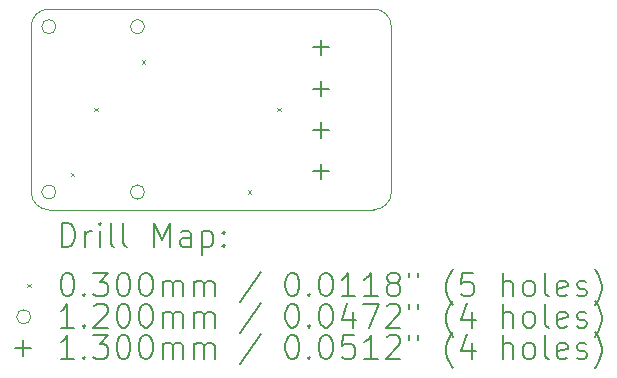
<source format=gbr>
%TF.GenerationSoftware,KiCad,Pcbnew,7.0.11-7.0.11~ubuntu22.04.1*%
%TF.CreationDate,2024-03-25T14:33:54+01:00*%
%TF.ProjectId,sensorshield,73656e73-6f72-4736-9869-656c642e6b69,rev?*%
%TF.SameCoordinates,Original*%
%TF.FileFunction,Drillmap*%
%TF.FilePolarity,Positive*%
%FSLAX45Y45*%
G04 Gerber Fmt 4.5, Leading zero omitted, Abs format (unit mm)*
G04 Created by KiCad (PCBNEW 7.0.11-7.0.11~ubuntu22.04.1) date 2024-03-25 14:33:54*
%MOMM*%
%LPD*%
G01*
G04 APERTURE LIST*
%ADD10C,0.050000*%
%ADD11C,0.200000*%
%ADD12C,0.100000*%
%ADD13C,0.120000*%
%ADD14C,0.130000*%
G04 APERTURE END LIST*
D10*
X15300000Y-11350000D02*
G75*
G03*
X15150000Y-11200000I-150000J0D01*
G01*
X12400000Y-11200000D02*
X15150000Y-11200000D01*
X12250000Y-12750000D02*
X12250000Y-11350000D01*
X15150000Y-12900000D02*
G75*
G03*
X15300000Y-12750000I0J150000D01*
G01*
X12250000Y-12750000D02*
G75*
G03*
X12400000Y-12900000I150000J0D01*
G01*
X15150000Y-12900000D02*
X12400000Y-12900000D01*
X12400000Y-11200000D02*
G75*
G03*
X12250000Y-11350000I0J-150000D01*
G01*
X15300000Y-12750000D02*
X15300000Y-11350000D01*
D11*
D12*
X12585000Y-12585000D02*
X12615000Y-12615000D01*
X12615000Y-12585000D02*
X12585000Y-12615000D01*
X12785000Y-12035000D02*
X12815000Y-12065000D01*
X12815000Y-12035000D02*
X12785000Y-12065000D01*
X13185000Y-11635000D02*
X13215000Y-11665000D01*
X13215000Y-11635000D02*
X13185000Y-11665000D01*
X14085000Y-12735000D02*
X14115000Y-12765000D01*
X14115000Y-12735000D02*
X14085000Y-12765000D01*
X14335000Y-12035000D02*
X14365000Y-12065000D01*
X14365000Y-12035000D02*
X14335000Y-12065000D01*
D13*
X12460000Y-11350000D02*
G75*
G03*
X12340000Y-11350000I-60000J0D01*
G01*
X12340000Y-11350000D02*
G75*
G03*
X12460000Y-11350000I60000J0D01*
G01*
X12460000Y-12750000D02*
G75*
G03*
X12340000Y-12750000I-60000J0D01*
G01*
X12340000Y-12750000D02*
G75*
G03*
X12460000Y-12750000I60000J0D01*
G01*
X13210000Y-11350000D02*
G75*
G03*
X13090000Y-11350000I-60000J0D01*
G01*
X13090000Y-11350000D02*
G75*
G03*
X13210000Y-11350000I60000J0D01*
G01*
X13210000Y-12750000D02*
G75*
G03*
X13090000Y-12750000I-60000J0D01*
G01*
X13090000Y-12750000D02*
G75*
G03*
X13210000Y-12750000I60000J0D01*
G01*
D14*
X14704500Y-11460000D02*
X14704500Y-11590000D01*
X14639500Y-11525000D02*
X14769500Y-11525000D01*
X14704500Y-11810000D02*
X14704500Y-11940000D01*
X14639500Y-11875000D02*
X14769500Y-11875000D01*
X14704500Y-12160000D02*
X14704500Y-12290000D01*
X14639500Y-12225000D02*
X14769500Y-12225000D01*
X14704500Y-12510000D02*
X14704500Y-12640000D01*
X14639500Y-12575000D02*
X14769500Y-12575000D01*
D11*
X12508277Y-13213984D02*
X12508277Y-13013984D01*
X12508277Y-13013984D02*
X12555896Y-13013984D01*
X12555896Y-13013984D02*
X12584467Y-13023508D01*
X12584467Y-13023508D02*
X12603515Y-13042555D01*
X12603515Y-13042555D02*
X12613039Y-13061603D01*
X12613039Y-13061603D02*
X12622562Y-13099698D01*
X12622562Y-13099698D02*
X12622562Y-13128269D01*
X12622562Y-13128269D02*
X12613039Y-13166365D01*
X12613039Y-13166365D02*
X12603515Y-13185412D01*
X12603515Y-13185412D02*
X12584467Y-13204460D01*
X12584467Y-13204460D02*
X12555896Y-13213984D01*
X12555896Y-13213984D02*
X12508277Y-13213984D01*
X12708277Y-13213984D02*
X12708277Y-13080650D01*
X12708277Y-13118746D02*
X12717801Y-13099698D01*
X12717801Y-13099698D02*
X12727324Y-13090174D01*
X12727324Y-13090174D02*
X12746372Y-13080650D01*
X12746372Y-13080650D02*
X12765420Y-13080650D01*
X12832086Y-13213984D02*
X12832086Y-13080650D01*
X12832086Y-13013984D02*
X12822562Y-13023508D01*
X12822562Y-13023508D02*
X12832086Y-13033031D01*
X12832086Y-13033031D02*
X12841610Y-13023508D01*
X12841610Y-13023508D02*
X12832086Y-13013984D01*
X12832086Y-13013984D02*
X12832086Y-13033031D01*
X12955896Y-13213984D02*
X12936848Y-13204460D01*
X12936848Y-13204460D02*
X12927324Y-13185412D01*
X12927324Y-13185412D02*
X12927324Y-13013984D01*
X13060658Y-13213984D02*
X13041610Y-13204460D01*
X13041610Y-13204460D02*
X13032086Y-13185412D01*
X13032086Y-13185412D02*
X13032086Y-13013984D01*
X13289229Y-13213984D02*
X13289229Y-13013984D01*
X13289229Y-13013984D02*
X13355896Y-13156841D01*
X13355896Y-13156841D02*
X13422562Y-13013984D01*
X13422562Y-13013984D02*
X13422562Y-13213984D01*
X13603515Y-13213984D02*
X13603515Y-13109222D01*
X13603515Y-13109222D02*
X13593991Y-13090174D01*
X13593991Y-13090174D02*
X13574943Y-13080650D01*
X13574943Y-13080650D02*
X13536848Y-13080650D01*
X13536848Y-13080650D02*
X13517801Y-13090174D01*
X13603515Y-13204460D02*
X13584467Y-13213984D01*
X13584467Y-13213984D02*
X13536848Y-13213984D01*
X13536848Y-13213984D02*
X13517801Y-13204460D01*
X13517801Y-13204460D02*
X13508277Y-13185412D01*
X13508277Y-13185412D02*
X13508277Y-13166365D01*
X13508277Y-13166365D02*
X13517801Y-13147317D01*
X13517801Y-13147317D02*
X13536848Y-13137793D01*
X13536848Y-13137793D02*
X13584467Y-13137793D01*
X13584467Y-13137793D02*
X13603515Y-13128269D01*
X13698753Y-13080650D02*
X13698753Y-13280650D01*
X13698753Y-13090174D02*
X13717801Y-13080650D01*
X13717801Y-13080650D02*
X13755896Y-13080650D01*
X13755896Y-13080650D02*
X13774943Y-13090174D01*
X13774943Y-13090174D02*
X13784467Y-13099698D01*
X13784467Y-13099698D02*
X13793991Y-13118746D01*
X13793991Y-13118746D02*
X13793991Y-13175888D01*
X13793991Y-13175888D02*
X13784467Y-13194936D01*
X13784467Y-13194936D02*
X13774943Y-13204460D01*
X13774943Y-13204460D02*
X13755896Y-13213984D01*
X13755896Y-13213984D02*
X13717801Y-13213984D01*
X13717801Y-13213984D02*
X13698753Y-13204460D01*
X13879705Y-13194936D02*
X13889229Y-13204460D01*
X13889229Y-13204460D02*
X13879705Y-13213984D01*
X13879705Y-13213984D02*
X13870182Y-13204460D01*
X13870182Y-13204460D02*
X13879705Y-13194936D01*
X13879705Y-13194936D02*
X13879705Y-13213984D01*
X13879705Y-13090174D02*
X13889229Y-13099698D01*
X13889229Y-13099698D02*
X13879705Y-13109222D01*
X13879705Y-13109222D02*
X13870182Y-13099698D01*
X13870182Y-13099698D02*
X13879705Y-13090174D01*
X13879705Y-13090174D02*
X13879705Y-13109222D01*
D12*
X12217500Y-13527500D02*
X12247500Y-13557500D01*
X12247500Y-13527500D02*
X12217500Y-13557500D01*
D11*
X12546372Y-13433984D02*
X12565420Y-13433984D01*
X12565420Y-13433984D02*
X12584467Y-13443508D01*
X12584467Y-13443508D02*
X12593991Y-13453031D01*
X12593991Y-13453031D02*
X12603515Y-13472079D01*
X12603515Y-13472079D02*
X12613039Y-13510174D01*
X12613039Y-13510174D02*
X12613039Y-13557793D01*
X12613039Y-13557793D02*
X12603515Y-13595888D01*
X12603515Y-13595888D02*
X12593991Y-13614936D01*
X12593991Y-13614936D02*
X12584467Y-13624460D01*
X12584467Y-13624460D02*
X12565420Y-13633984D01*
X12565420Y-13633984D02*
X12546372Y-13633984D01*
X12546372Y-13633984D02*
X12527324Y-13624460D01*
X12527324Y-13624460D02*
X12517801Y-13614936D01*
X12517801Y-13614936D02*
X12508277Y-13595888D01*
X12508277Y-13595888D02*
X12498753Y-13557793D01*
X12498753Y-13557793D02*
X12498753Y-13510174D01*
X12498753Y-13510174D02*
X12508277Y-13472079D01*
X12508277Y-13472079D02*
X12517801Y-13453031D01*
X12517801Y-13453031D02*
X12527324Y-13443508D01*
X12527324Y-13443508D02*
X12546372Y-13433984D01*
X12698753Y-13614936D02*
X12708277Y-13624460D01*
X12708277Y-13624460D02*
X12698753Y-13633984D01*
X12698753Y-13633984D02*
X12689229Y-13624460D01*
X12689229Y-13624460D02*
X12698753Y-13614936D01*
X12698753Y-13614936D02*
X12698753Y-13633984D01*
X12774943Y-13433984D02*
X12898753Y-13433984D01*
X12898753Y-13433984D02*
X12832086Y-13510174D01*
X12832086Y-13510174D02*
X12860658Y-13510174D01*
X12860658Y-13510174D02*
X12879705Y-13519698D01*
X12879705Y-13519698D02*
X12889229Y-13529222D01*
X12889229Y-13529222D02*
X12898753Y-13548269D01*
X12898753Y-13548269D02*
X12898753Y-13595888D01*
X12898753Y-13595888D02*
X12889229Y-13614936D01*
X12889229Y-13614936D02*
X12879705Y-13624460D01*
X12879705Y-13624460D02*
X12860658Y-13633984D01*
X12860658Y-13633984D02*
X12803515Y-13633984D01*
X12803515Y-13633984D02*
X12784467Y-13624460D01*
X12784467Y-13624460D02*
X12774943Y-13614936D01*
X13022562Y-13433984D02*
X13041610Y-13433984D01*
X13041610Y-13433984D02*
X13060658Y-13443508D01*
X13060658Y-13443508D02*
X13070182Y-13453031D01*
X13070182Y-13453031D02*
X13079705Y-13472079D01*
X13079705Y-13472079D02*
X13089229Y-13510174D01*
X13089229Y-13510174D02*
X13089229Y-13557793D01*
X13089229Y-13557793D02*
X13079705Y-13595888D01*
X13079705Y-13595888D02*
X13070182Y-13614936D01*
X13070182Y-13614936D02*
X13060658Y-13624460D01*
X13060658Y-13624460D02*
X13041610Y-13633984D01*
X13041610Y-13633984D02*
X13022562Y-13633984D01*
X13022562Y-13633984D02*
X13003515Y-13624460D01*
X13003515Y-13624460D02*
X12993991Y-13614936D01*
X12993991Y-13614936D02*
X12984467Y-13595888D01*
X12984467Y-13595888D02*
X12974943Y-13557793D01*
X12974943Y-13557793D02*
X12974943Y-13510174D01*
X12974943Y-13510174D02*
X12984467Y-13472079D01*
X12984467Y-13472079D02*
X12993991Y-13453031D01*
X12993991Y-13453031D02*
X13003515Y-13443508D01*
X13003515Y-13443508D02*
X13022562Y-13433984D01*
X13213039Y-13433984D02*
X13232086Y-13433984D01*
X13232086Y-13433984D02*
X13251134Y-13443508D01*
X13251134Y-13443508D02*
X13260658Y-13453031D01*
X13260658Y-13453031D02*
X13270182Y-13472079D01*
X13270182Y-13472079D02*
X13279705Y-13510174D01*
X13279705Y-13510174D02*
X13279705Y-13557793D01*
X13279705Y-13557793D02*
X13270182Y-13595888D01*
X13270182Y-13595888D02*
X13260658Y-13614936D01*
X13260658Y-13614936D02*
X13251134Y-13624460D01*
X13251134Y-13624460D02*
X13232086Y-13633984D01*
X13232086Y-13633984D02*
X13213039Y-13633984D01*
X13213039Y-13633984D02*
X13193991Y-13624460D01*
X13193991Y-13624460D02*
X13184467Y-13614936D01*
X13184467Y-13614936D02*
X13174943Y-13595888D01*
X13174943Y-13595888D02*
X13165420Y-13557793D01*
X13165420Y-13557793D02*
X13165420Y-13510174D01*
X13165420Y-13510174D02*
X13174943Y-13472079D01*
X13174943Y-13472079D02*
X13184467Y-13453031D01*
X13184467Y-13453031D02*
X13193991Y-13443508D01*
X13193991Y-13443508D02*
X13213039Y-13433984D01*
X13365420Y-13633984D02*
X13365420Y-13500650D01*
X13365420Y-13519698D02*
X13374943Y-13510174D01*
X13374943Y-13510174D02*
X13393991Y-13500650D01*
X13393991Y-13500650D02*
X13422563Y-13500650D01*
X13422563Y-13500650D02*
X13441610Y-13510174D01*
X13441610Y-13510174D02*
X13451134Y-13529222D01*
X13451134Y-13529222D02*
X13451134Y-13633984D01*
X13451134Y-13529222D02*
X13460658Y-13510174D01*
X13460658Y-13510174D02*
X13479705Y-13500650D01*
X13479705Y-13500650D02*
X13508277Y-13500650D01*
X13508277Y-13500650D02*
X13527324Y-13510174D01*
X13527324Y-13510174D02*
X13536848Y-13529222D01*
X13536848Y-13529222D02*
X13536848Y-13633984D01*
X13632086Y-13633984D02*
X13632086Y-13500650D01*
X13632086Y-13519698D02*
X13641610Y-13510174D01*
X13641610Y-13510174D02*
X13660658Y-13500650D01*
X13660658Y-13500650D02*
X13689229Y-13500650D01*
X13689229Y-13500650D02*
X13708277Y-13510174D01*
X13708277Y-13510174D02*
X13717801Y-13529222D01*
X13717801Y-13529222D02*
X13717801Y-13633984D01*
X13717801Y-13529222D02*
X13727324Y-13510174D01*
X13727324Y-13510174D02*
X13746372Y-13500650D01*
X13746372Y-13500650D02*
X13774943Y-13500650D01*
X13774943Y-13500650D02*
X13793991Y-13510174D01*
X13793991Y-13510174D02*
X13803515Y-13529222D01*
X13803515Y-13529222D02*
X13803515Y-13633984D01*
X14193991Y-13424460D02*
X14022563Y-13681603D01*
X14451134Y-13433984D02*
X14470182Y-13433984D01*
X14470182Y-13433984D02*
X14489229Y-13443508D01*
X14489229Y-13443508D02*
X14498753Y-13453031D01*
X14498753Y-13453031D02*
X14508277Y-13472079D01*
X14508277Y-13472079D02*
X14517801Y-13510174D01*
X14517801Y-13510174D02*
X14517801Y-13557793D01*
X14517801Y-13557793D02*
X14508277Y-13595888D01*
X14508277Y-13595888D02*
X14498753Y-13614936D01*
X14498753Y-13614936D02*
X14489229Y-13624460D01*
X14489229Y-13624460D02*
X14470182Y-13633984D01*
X14470182Y-13633984D02*
X14451134Y-13633984D01*
X14451134Y-13633984D02*
X14432086Y-13624460D01*
X14432086Y-13624460D02*
X14422563Y-13614936D01*
X14422563Y-13614936D02*
X14413039Y-13595888D01*
X14413039Y-13595888D02*
X14403515Y-13557793D01*
X14403515Y-13557793D02*
X14403515Y-13510174D01*
X14403515Y-13510174D02*
X14413039Y-13472079D01*
X14413039Y-13472079D02*
X14422563Y-13453031D01*
X14422563Y-13453031D02*
X14432086Y-13443508D01*
X14432086Y-13443508D02*
X14451134Y-13433984D01*
X14603515Y-13614936D02*
X14613039Y-13624460D01*
X14613039Y-13624460D02*
X14603515Y-13633984D01*
X14603515Y-13633984D02*
X14593991Y-13624460D01*
X14593991Y-13624460D02*
X14603515Y-13614936D01*
X14603515Y-13614936D02*
X14603515Y-13633984D01*
X14736848Y-13433984D02*
X14755896Y-13433984D01*
X14755896Y-13433984D02*
X14774944Y-13443508D01*
X14774944Y-13443508D02*
X14784467Y-13453031D01*
X14784467Y-13453031D02*
X14793991Y-13472079D01*
X14793991Y-13472079D02*
X14803515Y-13510174D01*
X14803515Y-13510174D02*
X14803515Y-13557793D01*
X14803515Y-13557793D02*
X14793991Y-13595888D01*
X14793991Y-13595888D02*
X14784467Y-13614936D01*
X14784467Y-13614936D02*
X14774944Y-13624460D01*
X14774944Y-13624460D02*
X14755896Y-13633984D01*
X14755896Y-13633984D02*
X14736848Y-13633984D01*
X14736848Y-13633984D02*
X14717801Y-13624460D01*
X14717801Y-13624460D02*
X14708277Y-13614936D01*
X14708277Y-13614936D02*
X14698753Y-13595888D01*
X14698753Y-13595888D02*
X14689229Y-13557793D01*
X14689229Y-13557793D02*
X14689229Y-13510174D01*
X14689229Y-13510174D02*
X14698753Y-13472079D01*
X14698753Y-13472079D02*
X14708277Y-13453031D01*
X14708277Y-13453031D02*
X14717801Y-13443508D01*
X14717801Y-13443508D02*
X14736848Y-13433984D01*
X14993991Y-13633984D02*
X14879706Y-13633984D01*
X14936848Y-13633984D02*
X14936848Y-13433984D01*
X14936848Y-13433984D02*
X14917801Y-13462555D01*
X14917801Y-13462555D02*
X14898753Y-13481603D01*
X14898753Y-13481603D02*
X14879706Y-13491127D01*
X15184467Y-13633984D02*
X15070182Y-13633984D01*
X15127325Y-13633984D02*
X15127325Y-13433984D01*
X15127325Y-13433984D02*
X15108277Y-13462555D01*
X15108277Y-13462555D02*
X15089229Y-13481603D01*
X15089229Y-13481603D02*
X15070182Y-13491127D01*
X15298753Y-13519698D02*
X15279706Y-13510174D01*
X15279706Y-13510174D02*
X15270182Y-13500650D01*
X15270182Y-13500650D02*
X15260658Y-13481603D01*
X15260658Y-13481603D02*
X15260658Y-13472079D01*
X15260658Y-13472079D02*
X15270182Y-13453031D01*
X15270182Y-13453031D02*
X15279706Y-13443508D01*
X15279706Y-13443508D02*
X15298753Y-13433984D01*
X15298753Y-13433984D02*
X15336848Y-13433984D01*
X15336848Y-13433984D02*
X15355896Y-13443508D01*
X15355896Y-13443508D02*
X15365420Y-13453031D01*
X15365420Y-13453031D02*
X15374944Y-13472079D01*
X15374944Y-13472079D02*
X15374944Y-13481603D01*
X15374944Y-13481603D02*
X15365420Y-13500650D01*
X15365420Y-13500650D02*
X15355896Y-13510174D01*
X15355896Y-13510174D02*
X15336848Y-13519698D01*
X15336848Y-13519698D02*
X15298753Y-13519698D01*
X15298753Y-13519698D02*
X15279706Y-13529222D01*
X15279706Y-13529222D02*
X15270182Y-13538746D01*
X15270182Y-13538746D02*
X15260658Y-13557793D01*
X15260658Y-13557793D02*
X15260658Y-13595888D01*
X15260658Y-13595888D02*
X15270182Y-13614936D01*
X15270182Y-13614936D02*
X15279706Y-13624460D01*
X15279706Y-13624460D02*
X15298753Y-13633984D01*
X15298753Y-13633984D02*
X15336848Y-13633984D01*
X15336848Y-13633984D02*
X15355896Y-13624460D01*
X15355896Y-13624460D02*
X15365420Y-13614936D01*
X15365420Y-13614936D02*
X15374944Y-13595888D01*
X15374944Y-13595888D02*
X15374944Y-13557793D01*
X15374944Y-13557793D02*
X15365420Y-13538746D01*
X15365420Y-13538746D02*
X15355896Y-13529222D01*
X15355896Y-13529222D02*
X15336848Y-13519698D01*
X15451134Y-13433984D02*
X15451134Y-13472079D01*
X15527325Y-13433984D02*
X15527325Y-13472079D01*
X15822563Y-13710174D02*
X15813039Y-13700650D01*
X15813039Y-13700650D02*
X15793991Y-13672079D01*
X15793991Y-13672079D02*
X15784468Y-13653031D01*
X15784468Y-13653031D02*
X15774944Y-13624460D01*
X15774944Y-13624460D02*
X15765420Y-13576841D01*
X15765420Y-13576841D02*
X15765420Y-13538746D01*
X15765420Y-13538746D02*
X15774944Y-13491127D01*
X15774944Y-13491127D02*
X15784468Y-13462555D01*
X15784468Y-13462555D02*
X15793991Y-13443508D01*
X15793991Y-13443508D02*
X15813039Y-13414936D01*
X15813039Y-13414936D02*
X15822563Y-13405412D01*
X15993991Y-13433984D02*
X15898753Y-13433984D01*
X15898753Y-13433984D02*
X15889229Y-13529222D01*
X15889229Y-13529222D02*
X15898753Y-13519698D01*
X15898753Y-13519698D02*
X15917801Y-13510174D01*
X15917801Y-13510174D02*
X15965420Y-13510174D01*
X15965420Y-13510174D02*
X15984468Y-13519698D01*
X15984468Y-13519698D02*
X15993991Y-13529222D01*
X15993991Y-13529222D02*
X16003515Y-13548269D01*
X16003515Y-13548269D02*
X16003515Y-13595888D01*
X16003515Y-13595888D02*
X15993991Y-13614936D01*
X15993991Y-13614936D02*
X15984468Y-13624460D01*
X15984468Y-13624460D02*
X15965420Y-13633984D01*
X15965420Y-13633984D02*
X15917801Y-13633984D01*
X15917801Y-13633984D02*
X15898753Y-13624460D01*
X15898753Y-13624460D02*
X15889229Y-13614936D01*
X16241610Y-13633984D02*
X16241610Y-13433984D01*
X16327325Y-13633984D02*
X16327325Y-13529222D01*
X16327325Y-13529222D02*
X16317801Y-13510174D01*
X16317801Y-13510174D02*
X16298753Y-13500650D01*
X16298753Y-13500650D02*
X16270182Y-13500650D01*
X16270182Y-13500650D02*
X16251134Y-13510174D01*
X16251134Y-13510174D02*
X16241610Y-13519698D01*
X16451134Y-13633984D02*
X16432087Y-13624460D01*
X16432087Y-13624460D02*
X16422563Y-13614936D01*
X16422563Y-13614936D02*
X16413039Y-13595888D01*
X16413039Y-13595888D02*
X16413039Y-13538746D01*
X16413039Y-13538746D02*
X16422563Y-13519698D01*
X16422563Y-13519698D02*
X16432087Y-13510174D01*
X16432087Y-13510174D02*
X16451134Y-13500650D01*
X16451134Y-13500650D02*
X16479706Y-13500650D01*
X16479706Y-13500650D02*
X16498753Y-13510174D01*
X16498753Y-13510174D02*
X16508277Y-13519698D01*
X16508277Y-13519698D02*
X16517801Y-13538746D01*
X16517801Y-13538746D02*
X16517801Y-13595888D01*
X16517801Y-13595888D02*
X16508277Y-13614936D01*
X16508277Y-13614936D02*
X16498753Y-13624460D01*
X16498753Y-13624460D02*
X16479706Y-13633984D01*
X16479706Y-13633984D02*
X16451134Y-13633984D01*
X16632087Y-13633984D02*
X16613039Y-13624460D01*
X16613039Y-13624460D02*
X16603515Y-13605412D01*
X16603515Y-13605412D02*
X16603515Y-13433984D01*
X16784468Y-13624460D02*
X16765420Y-13633984D01*
X16765420Y-13633984D02*
X16727325Y-13633984D01*
X16727325Y-13633984D02*
X16708277Y-13624460D01*
X16708277Y-13624460D02*
X16698753Y-13605412D01*
X16698753Y-13605412D02*
X16698753Y-13529222D01*
X16698753Y-13529222D02*
X16708277Y-13510174D01*
X16708277Y-13510174D02*
X16727325Y-13500650D01*
X16727325Y-13500650D02*
X16765420Y-13500650D01*
X16765420Y-13500650D02*
X16784468Y-13510174D01*
X16784468Y-13510174D02*
X16793992Y-13529222D01*
X16793992Y-13529222D02*
X16793992Y-13548269D01*
X16793992Y-13548269D02*
X16698753Y-13567317D01*
X16870182Y-13624460D02*
X16889230Y-13633984D01*
X16889230Y-13633984D02*
X16927325Y-13633984D01*
X16927325Y-13633984D02*
X16946373Y-13624460D01*
X16946373Y-13624460D02*
X16955896Y-13605412D01*
X16955896Y-13605412D02*
X16955896Y-13595888D01*
X16955896Y-13595888D02*
X16946373Y-13576841D01*
X16946373Y-13576841D02*
X16927325Y-13567317D01*
X16927325Y-13567317D02*
X16898753Y-13567317D01*
X16898753Y-13567317D02*
X16879706Y-13557793D01*
X16879706Y-13557793D02*
X16870182Y-13538746D01*
X16870182Y-13538746D02*
X16870182Y-13529222D01*
X16870182Y-13529222D02*
X16879706Y-13510174D01*
X16879706Y-13510174D02*
X16898753Y-13500650D01*
X16898753Y-13500650D02*
X16927325Y-13500650D01*
X16927325Y-13500650D02*
X16946373Y-13510174D01*
X17022563Y-13710174D02*
X17032087Y-13700650D01*
X17032087Y-13700650D02*
X17051134Y-13672079D01*
X17051134Y-13672079D02*
X17060658Y-13653031D01*
X17060658Y-13653031D02*
X17070182Y-13624460D01*
X17070182Y-13624460D02*
X17079706Y-13576841D01*
X17079706Y-13576841D02*
X17079706Y-13538746D01*
X17079706Y-13538746D02*
X17070182Y-13491127D01*
X17070182Y-13491127D02*
X17060658Y-13462555D01*
X17060658Y-13462555D02*
X17051134Y-13443508D01*
X17051134Y-13443508D02*
X17032087Y-13414936D01*
X17032087Y-13414936D02*
X17022563Y-13405412D01*
D13*
X12247500Y-13806500D02*
G75*
G03*
X12127500Y-13806500I-60000J0D01*
G01*
X12127500Y-13806500D02*
G75*
G03*
X12247500Y-13806500I60000J0D01*
G01*
D11*
X12613039Y-13897984D02*
X12498753Y-13897984D01*
X12555896Y-13897984D02*
X12555896Y-13697984D01*
X12555896Y-13697984D02*
X12536848Y-13726555D01*
X12536848Y-13726555D02*
X12517801Y-13745603D01*
X12517801Y-13745603D02*
X12498753Y-13755127D01*
X12698753Y-13878936D02*
X12708277Y-13888460D01*
X12708277Y-13888460D02*
X12698753Y-13897984D01*
X12698753Y-13897984D02*
X12689229Y-13888460D01*
X12689229Y-13888460D02*
X12698753Y-13878936D01*
X12698753Y-13878936D02*
X12698753Y-13897984D01*
X12784467Y-13717031D02*
X12793991Y-13707508D01*
X12793991Y-13707508D02*
X12813039Y-13697984D01*
X12813039Y-13697984D02*
X12860658Y-13697984D01*
X12860658Y-13697984D02*
X12879705Y-13707508D01*
X12879705Y-13707508D02*
X12889229Y-13717031D01*
X12889229Y-13717031D02*
X12898753Y-13736079D01*
X12898753Y-13736079D02*
X12898753Y-13755127D01*
X12898753Y-13755127D02*
X12889229Y-13783698D01*
X12889229Y-13783698D02*
X12774943Y-13897984D01*
X12774943Y-13897984D02*
X12898753Y-13897984D01*
X13022562Y-13697984D02*
X13041610Y-13697984D01*
X13041610Y-13697984D02*
X13060658Y-13707508D01*
X13060658Y-13707508D02*
X13070182Y-13717031D01*
X13070182Y-13717031D02*
X13079705Y-13736079D01*
X13079705Y-13736079D02*
X13089229Y-13774174D01*
X13089229Y-13774174D02*
X13089229Y-13821793D01*
X13089229Y-13821793D02*
X13079705Y-13859888D01*
X13079705Y-13859888D02*
X13070182Y-13878936D01*
X13070182Y-13878936D02*
X13060658Y-13888460D01*
X13060658Y-13888460D02*
X13041610Y-13897984D01*
X13041610Y-13897984D02*
X13022562Y-13897984D01*
X13022562Y-13897984D02*
X13003515Y-13888460D01*
X13003515Y-13888460D02*
X12993991Y-13878936D01*
X12993991Y-13878936D02*
X12984467Y-13859888D01*
X12984467Y-13859888D02*
X12974943Y-13821793D01*
X12974943Y-13821793D02*
X12974943Y-13774174D01*
X12974943Y-13774174D02*
X12984467Y-13736079D01*
X12984467Y-13736079D02*
X12993991Y-13717031D01*
X12993991Y-13717031D02*
X13003515Y-13707508D01*
X13003515Y-13707508D02*
X13022562Y-13697984D01*
X13213039Y-13697984D02*
X13232086Y-13697984D01*
X13232086Y-13697984D02*
X13251134Y-13707508D01*
X13251134Y-13707508D02*
X13260658Y-13717031D01*
X13260658Y-13717031D02*
X13270182Y-13736079D01*
X13270182Y-13736079D02*
X13279705Y-13774174D01*
X13279705Y-13774174D02*
X13279705Y-13821793D01*
X13279705Y-13821793D02*
X13270182Y-13859888D01*
X13270182Y-13859888D02*
X13260658Y-13878936D01*
X13260658Y-13878936D02*
X13251134Y-13888460D01*
X13251134Y-13888460D02*
X13232086Y-13897984D01*
X13232086Y-13897984D02*
X13213039Y-13897984D01*
X13213039Y-13897984D02*
X13193991Y-13888460D01*
X13193991Y-13888460D02*
X13184467Y-13878936D01*
X13184467Y-13878936D02*
X13174943Y-13859888D01*
X13174943Y-13859888D02*
X13165420Y-13821793D01*
X13165420Y-13821793D02*
X13165420Y-13774174D01*
X13165420Y-13774174D02*
X13174943Y-13736079D01*
X13174943Y-13736079D02*
X13184467Y-13717031D01*
X13184467Y-13717031D02*
X13193991Y-13707508D01*
X13193991Y-13707508D02*
X13213039Y-13697984D01*
X13365420Y-13897984D02*
X13365420Y-13764650D01*
X13365420Y-13783698D02*
X13374943Y-13774174D01*
X13374943Y-13774174D02*
X13393991Y-13764650D01*
X13393991Y-13764650D02*
X13422563Y-13764650D01*
X13422563Y-13764650D02*
X13441610Y-13774174D01*
X13441610Y-13774174D02*
X13451134Y-13793222D01*
X13451134Y-13793222D02*
X13451134Y-13897984D01*
X13451134Y-13793222D02*
X13460658Y-13774174D01*
X13460658Y-13774174D02*
X13479705Y-13764650D01*
X13479705Y-13764650D02*
X13508277Y-13764650D01*
X13508277Y-13764650D02*
X13527324Y-13774174D01*
X13527324Y-13774174D02*
X13536848Y-13793222D01*
X13536848Y-13793222D02*
X13536848Y-13897984D01*
X13632086Y-13897984D02*
X13632086Y-13764650D01*
X13632086Y-13783698D02*
X13641610Y-13774174D01*
X13641610Y-13774174D02*
X13660658Y-13764650D01*
X13660658Y-13764650D02*
X13689229Y-13764650D01*
X13689229Y-13764650D02*
X13708277Y-13774174D01*
X13708277Y-13774174D02*
X13717801Y-13793222D01*
X13717801Y-13793222D02*
X13717801Y-13897984D01*
X13717801Y-13793222D02*
X13727324Y-13774174D01*
X13727324Y-13774174D02*
X13746372Y-13764650D01*
X13746372Y-13764650D02*
X13774943Y-13764650D01*
X13774943Y-13764650D02*
X13793991Y-13774174D01*
X13793991Y-13774174D02*
X13803515Y-13793222D01*
X13803515Y-13793222D02*
X13803515Y-13897984D01*
X14193991Y-13688460D02*
X14022563Y-13945603D01*
X14451134Y-13697984D02*
X14470182Y-13697984D01*
X14470182Y-13697984D02*
X14489229Y-13707508D01*
X14489229Y-13707508D02*
X14498753Y-13717031D01*
X14498753Y-13717031D02*
X14508277Y-13736079D01*
X14508277Y-13736079D02*
X14517801Y-13774174D01*
X14517801Y-13774174D02*
X14517801Y-13821793D01*
X14517801Y-13821793D02*
X14508277Y-13859888D01*
X14508277Y-13859888D02*
X14498753Y-13878936D01*
X14498753Y-13878936D02*
X14489229Y-13888460D01*
X14489229Y-13888460D02*
X14470182Y-13897984D01*
X14470182Y-13897984D02*
X14451134Y-13897984D01*
X14451134Y-13897984D02*
X14432086Y-13888460D01*
X14432086Y-13888460D02*
X14422563Y-13878936D01*
X14422563Y-13878936D02*
X14413039Y-13859888D01*
X14413039Y-13859888D02*
X14403515Y-13821793D01*
X14403515Y-13821793D02*
X14403515Y-13774174D01*
X14403515Y-13774174D02*
X14413039Y-13736079D01*
X14413039Y-13736079D02*
X14422563Y-13717031D01*
X14422563Y-13717031D02*
X14432086Y-13707508D01*
X14432086Y-13707508D02*
X14451134Y-13697984D01*
X14603515Y-13878936D02*
X14613039Y-13888460D01*
X14613039Y-13888460D02*
X14603515Y-13897984D01*
X14603515Y-13897984D02*
X14593991Y-13888460D01*
X14593991Y-13888460D02*
X14603515Y-13878936D01*
X14603515Y-13878936D02*
X14603515Y-13897984D01*
X14736848Y-13697984D02*
X14755896Y-13697984D01*
X14755896Y-13697984D02*
X14774944Y-13707508D01*
X14774944Y-13707508D02*
X14784467Y-13717031D01*
X14784467Y-13717031D02*
X14793991Y-13736079D01*
X14793991Y-13736079D02*
X14803515Y-13774174D01*
X14803515Y-13774174D02*
X14803515Y-13821793D01*
X14803515Y-13821793D02*
X14793991Y-13859888D01*
X14793991Y-13859888D02*
X14784467Y-13878936D01*
X14784467Y-13878936D02*
X14774944Y-13888460D01*
X14774944Y-13888460D02*
X14755896Y-13897984D01*
X14755896Y-13897984D02*
X14736848Y-13897984D01*
X14736848Y-13897984D02*
X14717801Y-13888460D01*
X14717801Y-13888460D02*
X14708277Y-13878936D01*
X14708277Y-13878936D02*
X14698753Y-13859888D01*
X14698753Y-13859888D02*
X14689229Y-13821793D01*
X14689229Y-13821793D02*
X14689229Y-13774174D01*
X14689229Y-13774174D02*
X14698753Y-13736079D01*
X14698753Y-13736079D02*
X14708277Y-13717031D01*
X14708277Y-13717031D02*
X14717801Y-13707508D01*
X14717801Y-13707508D02*
X14736848Y-13697984D01*
X14974944Y-13764650D02*
X14974944Y-13897984D01*
X14927325Y-13688460D02*
X14879706Y-13831317D01*
X14879706Y-13831317D02*
X15003515Y-13831317D01*
X15060658Y-13697984D02*
X15193991Y-13697984D01*
X15193991Y-13697984D02*
X15108277Y-13897984D01*
X15260658Y-13717031D02*
X15270182Y-13707508D01*
X15270182Y-13707508D02*
X15289229Y-13697984D01*
X15289229Y-13697984D02*
X15336848Y-13697984D01*
X15336848Y-13697984D02*
X15355896Y-13707508D01*
X15355896Y-13707508D02*
X15365420Y-13717031D01*
X15365420Y-13717031D02*
X15374944Y-13736079D01*
X15374944Y-13736079D02*
X15374944Y-13755127D01*
X15374944Y-13755127D02*
X15365420Y-13783698D01*
X15365420Y-13783698D02*
X15251134Y-13897984D01*
X15251134Y-13897984D02*
X15374944Y-13897984D01*
X15451134Y-13697984D02*
X15451134Y-13736079D01*
X15527325Y-13697984D02*
X15527325Y-13736079D01*
X15822563Y-13974174D02*
X15813039Y-13964650D01*
X15813039Y-13964650D02*
X15793991Y-13936079D01*
X15793991Y-13936079D02*
X15784468Y-13917031D01*
X15784468Y-13917031D02*
X15774944Y-13888460D01*
X15774944Y-13888460D02*
X15765420Y-13840841D01*
X15765420Y-13840841D02*
X15765420Y-13802746D01*
X15765420Y-13802746D02*
X15774944Y-13755127D01*
X15774944Y-13755127D02*
X15784468Y-13726555D01*
X15784468Y-13726555D02*
X15793991Y-13707508D01*
X15793991Y-13707508D02*
X15813039Y-13678936D01*
X15813039Y-13678936D02*
X15822563Y-13669412D01*
X15984468Y-13764650D02*
X15984468Y-13897984D01*
X15936848Y-13688460D02*
X15889229Y-13831317D01*
X15889229Y-13831317D02*
X16013039Y-13831317D01*
X16241610Y-13897984D02*
X16241610Y-13697984D01*
X16327325Y-13897984D02*
X16327325Y-13793222D01*
X16327325Y-13793222D02*
X16317801Y-13774174D01*
X16317801Y-13774174D02*
X16298753Y-13764650D01*
X16298753Y-13764650D02*
X16270182Y-13764650D01*
X16270182Y-13764650D02*
X16251134Y-13774174D01*
X16251134Y-13774174D02*
X16241610Y-13783698D01*
X16451134Y-13897984D02*
X16432087Y-13888460D01*
X16432087Y-13888460D02*
X16422563Y-13878936D01*
X16422563Y-13878936D02*
X16413039Y-13859888D01*
X16413039Y-13859888D02*
X16413039Y-13802746D01*
X16413039Y-13802746D02*
X16422563Y-13783698D01*
X16422563Y-13783698D02*
X16432087Y-13774174D01*
X16432087Y-13774174D02*
X16451134Y-13764650D01*
X16451134Y-13764650D02*
X16479706Y-13764650D01*
X16479706Y-13764650D02*
X16498753Y-13774174D01*
X16498753Y-13774174D02*
X16508277Y-13783698D01*
X16508277Y-13783698D02*
X16517801Y-13802746D01*
X16517801Y-13802746D02*
X16517801Y-13859888D01*
X16517801Y-13859888D02*
X16508277Y-13878936D01*
X16508277Y-13878936D02*
X16498753Y-13888460D01*
X16498753Y-13888460D02*
X16479706Y-13897984D01*
X16479706Y-13897984D02*
X16451134Y-13897984D01*
X16632087Y-13897984D02*
X16613039Y-13888460D01*
X16613039Y-13888460D02*
X16603515Y-13869412D01*
X16603515Y-13869412D02*
X16603515Y-13697984D01*
X16784468Y-13888460D02*
X16765420Y-13897984D01*
X16765420Y-13897984D02*
X16727325Y-13897984D01*
X16727325Y-13897984D02*
X16708277Y-13888460D01*
X16708277Y-13888460D02*
X16698753Y-13869412D01*
X16698753Y-13869412D02*
X16698753Y-13793222D01*
X16698753Y-13793222D02*
X16708277Y-13774174D01*
X16708277Y-13774174D02*
X16727325Y-13764650D01*
X16727325Y-13764650D02*
X16765420Y-13764650D01*
X16765420Y-13764650D02*
X16784468Y-13774174D01*
X16784468Y-13774174D02*
X16793992Y-13793222D01*
X16793992Y-13793222D02*
X16793992Y-13812269D01*
X16793992Y-13812269D02*
X16698753Y-13831317D01*
X16870182Y-13888460D02*
X16889230Y-13897984D01*
X16889230Y-13897984D02*
X16927325Y-13897984D01*
X16927325Y-13897984D02*
X16946373Y-13888460D01*
X16946373Y-13888460D02*
X16955896Y-13869412D01*
X16955896Y-13869412D02*
X16955896Y-13859888D01*
X16955896Y-13859888D02*
X16946373Y-13840841D01*
X16946373Y-13840841D02*
X16927325Y-13831317D01*
X16927325Y-13831317D02*
X16898753Y-13831317D01*
X16898753Y-13831317D02*
X16879706Y-13821793D01*
X16879706Y-13821793D02*
X16870182Y-13802746D01*
X16870182Y-13802746D02*
X16870182Y-13793222D01*
X16870182Y-13793222D02*
X16879706Y-13774174D01*
X16879706Y-13774174D02*
X16898753Y-13764650D01*
X16898753Y-13764650D02*
X16927325Y-13764650D01*
X16927325Y-13764650D02*
X16946373Y-13774174D01*
X17022563Y-13974174D02*
X17032087Y-13964650D01*
X17032087Y-13964650D02*
X17051134Y-13936079D01*
X17051134Y-13936079D02*
X17060658Y-13917031D01*
X17060658Y-13917031D02*
X17070182Y-13888460D01*
X17070182Y-13888460D02*
X17079706Y-13840841D01*
X17079706Y-13840841D02*
X17079706Y-13802746D01*
X17079706Y-13802746D02*
X17070182Y-13755127D01*
X17070182Y-13755127D02*
X17060658Y-13726555D01*
X17060658Y-13726555D02*
X17051134Y-13707508D01*
X17051134Y-13707508D02*
X17032087Y-13678936D01*
X17032087Y-13678936D02*
X17022563Y-13669412D01*
D14*
X12182500Y-14005500D02*
X12182500Y-14135500D01*
X12117500Y-14070500D02*
X12247500Y-14070500D01*
D11*
X12613039Y-14161984D02*
X12498753Y-14161984D01*
X12555896Y-14161984D02*
X12555896Y-13961984D01*
X12555896Y-13961984D02*
X12536848Y-13990555D01*
X12536848Y-13990555D02*
X12517801Y-14009603D01*
X12517801Y-14009603D02*
X12498753Y-14019127D01*
X12698753Y-14142936D02*
X12708277Y-14152460D01*
X12708277Y-14152460D02*
X12698753Y-14161984D01*
X12698753Y-14161984D02*
X12689229Y-14152460D01*
X12689229Y-14152460D02*
X12698753Y-14142936D01*
X12698753Y-14142936D02*
X12698753Y-14161984D01*
X12774943Y-13961984D02*
X12898753Y-13961984D01*
X12898753Y-13961984D02*
X12832086Y-14038174D01*
X12832086Y-14038174D02*
X12860658Y-14038174D01*
X12860658Y-14038174D02*
X12879705Y-14047698D01*
X12879705Y-14047698D02*
X12889229Y-14057222D01*
X12889229Y-14057222D02*
X12898753Y-14076269D01*
X12898753Y-14076269D02*
X12898753Y-14123888D01*
X12898753Y-14123888D02*
X12889229Y-14142936D01*
X12889229Y-14142936D02*
X12879705Y-14152460D01*
X12879705Y-14152460D02*
X12860658Y-14161984D01*
X12860658Y-14161984D02*
X12803515Y-14161984D01*
X12803515Y-14161984D02*
X12784467Y-14152460D01*
X12784467Y-14152460D02*
X12774943Y-14142936D01*
X13022562Y-13961984D02*
X13041610Y-13961984D01*
X13041610Y-13961984D02*
X13060658Y-13971508D01*
X13060658Y-13971508D02*
X13070182Y-13981031D01*
X13070182Y-13981031D02*
X13079705Y-14000079D01*
X13079705Y-14000079D02*
X13089229Y-14038174D01*
X13089229Y-14038174D02*
X13089229Y-14085793D01*
X13089229Y-14085793D02*
X13079705Y-14123888D01*
X13079705Y-14123888D02*
X13070182Y-14142936D01*
X13070182Y-14142936D02*
X13060658Y-14152460D01*
X13060658Y-14152460D02*
X13041610Y-14161984D01*
X13041610Y-14161984D02*
X13022562Y-14161984D01*
X13022562Y-14161984D02*
X13003515Y-14152460D01*
X13003515Y-14152460D02*
X12993991Y-14142936D01*
X12993991Y-14142936D02*
X12984467Y-14123888D01*
X12984467Y-14123888D02*
X12974943Y-14085793D01*
X12974943Y-14085793D02*
X12974943Y-14038174D01*
X12974943Y-14038174D02*
X12984467Y-14000079D01*
X12984467Y-14000079D02*
X12993991Y-13981031D01*
X12993991Y-13981031D02*
X13003515Y-13971508D01*
X13003515Y-13971508D02*
X13022562Y-13961984D01*
X13213039Y-13961984D02*
X13232086Y-13961984D01*
X13232086Y-13961984D02*
X13251134Y-13971508D01*
X13251134Y-13971508D02*
X13260658Y-13981031D01*
X13260658Y-13981031D02*
X13270182Y-14000079D01*
X13270182Y-14000079D02*
X13279705Y-14038174D01*
X13279705Y-14038174D02*
X13279705Y-14085793D01*
X13279705Y-14085793D02*
X13270182Y-14123888D01*
X13270182Y-14123888D02*
X13260658Y-14142936D01*
X13260658Y-14142936D02*
X13251134Y-14152460D01*
X13251134Y-14152460D02*
X13232086Y-14161984D01*
X13232086Y-14161984D02*
X13213039Y-14161984D01*
X13213039Y-14161984D02*
X13193991Y-14152460D01*
X13193991Y-14152460D02*
X13184467Y-14142936D01*
X13184467Y-14142936D02*
X13174943Y-14123888D01*
X13174943Y-14123888D02*
X13165420Y-14085793D01*
X13165420Y-14085793D02*
X13165420Y-14038174D01*
X13165420Y-14038174D02*
X13174943Y-14000079D01*
X13174943Y-14000079D02*
X13184467Y-13981031D01*
X13184467Y-13981031D02*
X13193991Y-13971508D01*
X13193991Y-13971508D02*
X13213039Y-13961984D01*
X13365420Y-14161984D02*
X13365420Y-14028650D01*
X13365420Y-14047698D02*
X13374943Y-14038174D01*
X13374943Y-14038174D02*
X13393991Y-14028650D01*
X13393991Y-14028650D02*
X13422563Y-14028650D01*
X13422563Y-14028650D02*
X13441610Y-14038174D01*
X13441610Y-14038174D02*
X13451134Y-14057222D01*
X13451134Y-14057222D02*
X13451134Y-14161984D01*
X13451134Y-14057222D02*
X13460658Y-14038174D01*
X13460658Y-14038174D02*
X13479705Y-14028650D01*
X13479705Y-14028650D02*
X13508277Y-14028650D01*
X13508277Y-14028650D02*
X13527324Y-14038174D01*
X13527324Y-14038174D02*
X13536848Y-14057222D01*
X13536848Y-14057222D02*
X13536848Y-14161984D01*
X13632086Y-14161984D02*
X13632086Y-14028650D01*
X13632086Y-14047698D02*
X13641610Y-14038174D01*
X13641610Y-14038174D02*
X13660658Y-14028650D01*
X13660658Y-14028650D02*
X13689229Y-14028650D01*
X13689229Y-14028650D02*
X13708277Y-14038174D01*
X13708277Y-14038174D02*
X13717801Y-14057222D01*
X13717801Y-14057222D02*
X13717801Y-14161984D01*
X13717801Y-14057222D02*
X13727324Y-14038174D01*
X13727324Y-14038174D02*
X13746372Y-14028650D01*
X13746372Y-14028650D02*
X13774943Y-14028650D01*
X13774943Y-14028650D02*
X13793991Y-14038174D01*
X13793991Y-14038174D02*
X13803515Y-14057222D01*
X13803515Y-14057222D02*
X13803515Y-14161984D01*
X14193991Y-13952460D02*
X14022563Y-14209603D01*
X14451134Y-13961984D02*
X14470182Y-13961984D01*
X14470182Y-13961984D02*
X14489229Y-13971508D01*
X14489229Y-13971508D02*
X14498753Y-13981031D01*
X14498753Y-13981031D02*
X14508277Y-14000079D01*
X14508277Y-14000079D02*
X14517801Y-14038174D01*
X14517801Y-14038174D02*
X14517801Y-14085793D01*
X14517801Y-14085793D02*
X14508277Y-14123888D01*
X14508277Y-14123888D02*
X14498753Y-14142936D01*
X14498753Y-14142936D02*
X14489229Y-14152460D01*
X14489229Y-14152460D02*
X14470182Y-14161984D01*
X14470182Y-14161984D02*
X14451134Y-14161984D01*
X14451134Y-14161984D02*
X14432086Y-14152460D01*
X14432086Y-14152460D02*
X14422563Y-14142936D01*
X14422563Y-14142936D02*
X14413039Y-14123888D01*
X14413039Y-14123888D02*
X14403515Y-14085793D01*
X14403515Y-14085793D02*
X14403515Y-14038174D01*
X14403515Y-14038174D02*
X14413039Y-14000079D01*
X14413039Y-14000079D02*
X14422563Y-13981031D01*
X14422563Y-13981031D02*
X14432086Y-13971508D01*
X14432086Y-13971508D02*
X14451134Y-13961984D01*
X14603515Y-14142936D02*
X14613039Y-14152460D01*
X14613039Y-14152460D02*
X14603515Y-14161984D01*
X14603515Y-14161984D02*
X14593991Y-14152460D01*
X14593991Y-14152460D02*
X14603515Y-14142936D01*
X14603515Y-14142936D02*
X14603515Y-14161984D01*
X14736848Y-13961984D02*
X14755896Y-13961984D01*
X14755896Y-13961984D02*
X14774944Y-13971508D01*
X14774944Y-13971508D02*
X14784467Y-13981031D01*
X14784467Y-13981031D02*
X14793991Y-14000079D01*
X14793991Y-14000079D02*
X14803515Y-14038174D01*
X14803515Y-14038174D02*
X14803515Y-14085793D01*
X14803515Y-14085793D02*
X14793991Y-14123888D01*
X14793991Y-14123888D02*
X14784467Y-14142936D01*
X14784467Y-14142936D02*
X14774944Y-14152460D01*
X14774944Y-14152460D02*
X14755896Y-14161984D01*
X14755896Y-14161984D02*
X14736848Y-14161984D01*
X14736848Y-14161984D02*
X14717801Y-14152460D01*
X14717801Y-14152460D02*
X14708277Y-14142936D01*
X14708277Y-14142936D02*
X14698753Y-14123888D01*
X14698753Y-14123888D02*
X14689229Y-14085793D01*
X14689229Y-14085793D02*
X14689229Y-14038174D01*
X14689229Y-14038174D02*
X14698753Y-14000079D01*
X14698753Y-14000079D02*
X14708277Y-13981031D01*
X14708277Y-13981031D02*
X14717801Y-13971508D01*
X14717801Y-13971508D02*
X14736848Y-13961984D01*
X14984467Y-13961984D02*
X14889229Y-13961984D01*
X14889229Y-13961984D02*
X14879706Y-14057222D01*
X14879706Y-14057222D02*
X14889229Y-14047698D01*
X14889229Y-14047698D02*
X14908277Y-14038174D01*
X14908277Y-14038174D02*
X14955896Y-14038174D01*
X14955896Y-14038174D02*
X14974944Y-14047698D01*
X14974944Y-14047698D02*
X14984467Y-14057222D01*
X14984467Y-14057222D02*
X14993991Y-14076269D01*
X14993991Y-14076269D02*
X14993991Y-14123888D01*
X14993991Y-14123888D02*
X14984467Y-14142936D01*
X14984467Y-14142936D02*
X14974944Y-14152460D01*
X14974944Y-14152460D02*
X14955896Y-14161984D01*
X14955896Y-14161984D02*
X14908277Y-14161984D01*
X14908277Y-14161984D02*
X14889229Y-14152460D01*
X14889229Y-14152460D02*
X14879706Y-14142936D01*
X15184467Y-14161984D02*
X15070182Y-14161984D01*
X15127325Y-14161984D02*
X15127325Y-13961984D01*
X15127325Y-13961984D02*
X15108277Y-13990555D01*
X15108277Y-13990555D02*
X15089229Y-14009603D01*
X15089229Y-14009603D02*
X15070182Y-14019127D01*
X15260658Y-13981031D02*
X15270182Y-13971508D01*
X15270182Y-13971508D02*
X15289229Y-13961984D01*
X15289229Y-13961984D02*
X15336848Y-13961984D01*
X15336848Y-13961984D02*
X15355896Y-13971508D01*
X15355896Y-13971508D02*
X15365420Y-13981031D01*
X15365420Y-13981031D02*
X15374944Y-14000079D01*
X15374944Y-14000079D02*
X15374944Y-14019127D01*
X15374944Y-14019127D02*
X15365420Y-14047698D01*
X15365420Y-14047698D02*
X15251134Y-14161984D01*
X15251134Y-14161984D02*
X15374944Y-14161984D01*
X15451134Y-13961984D02*
X15451134Y-14000079D01*
X15527325Y-13961984D02*
X15527325Y-14000079D01*
X15822563Y-14238174D02*
X15813039Y-14228650D01*
X15813039Y-14228650D02*
X15793991Y-14200079D01*
X15793991Y-14200079D02*
X15784468Y-14181031D01*
X15784468Y-14181031D02*
X15774944Y-14152460D01*
X15774944Y-14152460D02*
X15765420Y-14104841D01*
X15765420Y-14104841D02*
X15765420Y-14066746D01*
X15765420Y-14066746D02*
X15774944Y-14019127D01*
X15774944Y-14019127D02*
X15784468Y-13990555D01*
X15784468Y-13990555D02*
X15793991Y-13971508D01*
X15793991Y-13971508D02*
X15813039Y-13942936D01*
X15813039Y-13942936D02*
X15822563Y-13933412D01*
X15984468Y-14028650D02*
X15984468Y-14161984D01*
X15936848Y-13952460D02*
X15889229Y-14095317D01*
X15889229Y-14095317D02*
X16013039Y-14095317D01*
X16241610Y-14161984D02*
X16241610Y-13961984D01*
X16327325Y-14161984D02*
X16327325Y-14057222D01*
X16327325Y-14057222D02*
X16317801Y-14038174D01*
X16317801Y-14038174D02*
X16298753Y-14028650D01*
X16298753Y-14028650D02*
X16270182Y-14028650D01*
X16270182Y-14028650D02*
X16251134Y-14038174D01*
X16251134Y-14038174D02*
X16241610Y-14047698D01*
X16451134Y-14161984D02*
X16432087Y-14152460D01*
X16432087Y-14152460D02*
X16422563Y-14142936D01*
X16422563Y-14142936D02*
X16413039Y-14123888D01*
X16413039Y-14123888D02*
X16413039Y-14066746D01*
X16413039Y-14066746D02*
X16422563Y-14047698D01*
X16422563Y-14047698D02*
X16432087Y-14038174D01*
X16432087Y-14038174D02*
X16451134Y-14028650D01*
X16451134Y-14028650D02*
X16479706Y-14028650D01*
X16479706Y-14028650D02*
X16498753Y-14038174D01*
X16498753Y-14038174D02*
X16508277Y-14047698D01*
X16508277Y-14047698D02*
X16517801Y-14066746D01*
X16517801Y-14066746D02*
X16517801Y-14123888D01*
X16517801Y-14123888D02*
X16508277Y-14142936D01*
X16508277Y-14142936D02*
X16498753Y-14152460D01*
X16498753Y-14152460D02*
X16479706Y-14161984D01*
X16479706Y-14161984D02*
X16451134Y-14161984D01*
X16632087Y-14161984D02*
X16613039Y-14152460D01*
X16613039Y-14152460D02*
X16603515Y-14133412D01*
X16603515Y-14133412D02*
X16603515Y-13961984D01*
X16784468Y-14152460D02*
X16765420Y-14161984D01*
X16765420Y-14161984D02*
X16727325Y-14161984D01*
X16727325Y-14161984D02*
X16708277Y-14152460D01*
X16708277Y-14152460D02*
X16698753Y-14133412D01*
X16698753Y-14133412D02*
X16698753Y-14057222D01*
X16698753Y-14057222D02*
X16708277Y-14038174D01*
X16708277Y-14038174D02*
X16727325Y-14028650D01*
X16727325Y-14028650D02*
X16765420Y-14028650D01*
X16765420Y-14028650D02*
X16784468Y-14038174D01*
X16784468Y-14038174D02*
X16793992Y-14057222D01*
X16793992Y-14057222D02*
X16793992Y-14076269D01*
X16793992Y-14076269D02*
X16698753Y-14095317D01*
X16870182Y-14152460D02*
X16889230Y-14161984D01*
X16889230Y-14161984D02*
X16927325Y-14161984D01*
X16927325Y-14161984D02*
X16946373Y-14152460D01*
X16946373Y-14152460D02*
X16955896Y-14133412D01*
X16955896Y-14133412D02*
X16955896Y-14123888D01*
X16955896Y-14123888D02*
X16946373Y-14104841D01*
X16946373Y-14104841D02*
X16927325Y-14095317D01*
X16927325Y-14095317D02*
X16898753Y-14095317D01*
X16898753Y-14095317D02*
X16879706Y-14085793D01*
X16879706Y-14085793D02*
X16870182Y-14066746D01*
X16870182Y-14066746D02*
X16870182Y-14057222D01*
X16870182Y-14057222D02*
X16879706Y-14038174D01*
X16879706Y-14038174D02*
X16898753Y-14028650D01*
X16898753Y-14028650D02*
X16927325Y-14028650D01*
X16927325Y-14028650D02*
X16946373Y-14038174D01*
X17022563Y-14238174D02*
X17032087Y-14228650D01*
X17032087Y-14228650D02*
X17051134Y-14200079D01*
X17051134Y-14200079D02*
X17060658Y-14181031D01*
X17060658Y-14181031D02*
X17070182Y-14152460D01*
X17070182Y-14152460D02*
X17079706Y-14104841D01*
X17079706Y-14104841D02*
X17079706Y-14066746D01*
X17079706Y-14066746D02*
X17070182Y-14019127D01*
X17070182Y-14019127D02*
X17060658Y-13990555D01*
X17060658Y-13990555D02*
X17051134Y-13971508D01*
X17051134Y-13971508D02*
X17032087Y-13942936D01*
X17032087Y-13942936D02*
X17022563Y-13933412D01*
M02*

</source>
